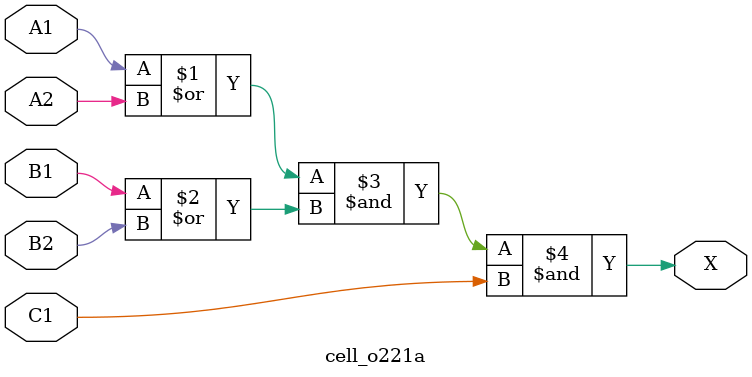
<source format=v>
`timescale 1ps/1ps
module cell_o221a
(
    input wire A1,
    input wire A2,
    input wire B1,
    input wire B2,
    input wire C1,
    output wire X
);
    assign X = ((A1 | A2) & (B1 | B2) & C1);
endmodule

</source>
